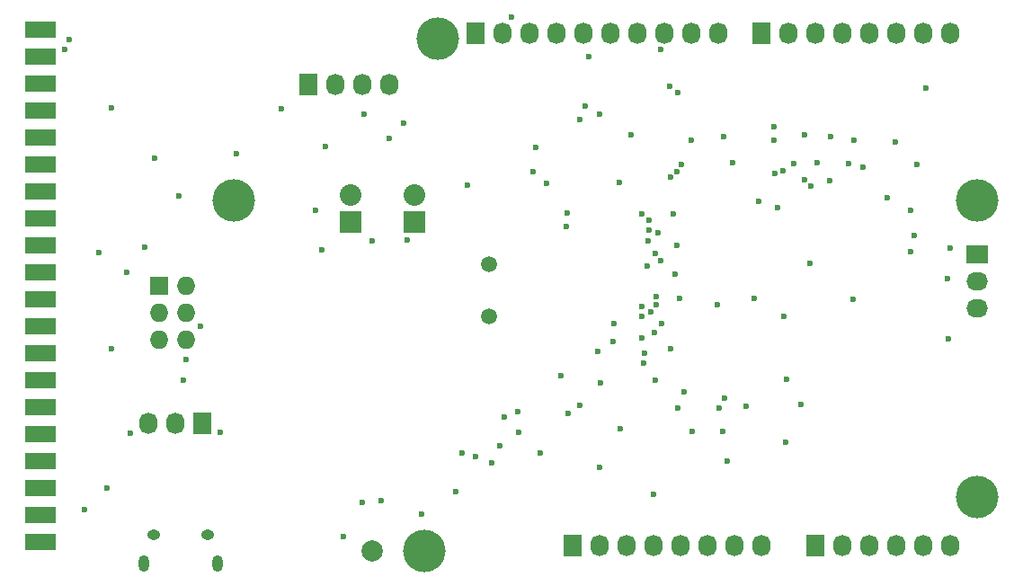
<source format=gbs>
%TF.GenerationSoftware,KiCad,Pcbnew,4.0.2+dfsg1-stable*%
%TF.CreationDate,2019-10-14T09:04:35+02:00*%
%TF.ProjectId,stduinof429,73746475696E6F663432392E6B696361,rev?*%
%TF.FileFunction,Soldermask,Bot*%
%FSLAX46Y46*%
G04 Gerber Fmt 4.6, Leading zero omitted, Abs format (unit mm)*
G04 Created by KiCad (PCBNEW 4.0.2+dfsg1-stable) date Mon 14 Oct 2019 09:04:35 CEST*
%MOMM*%
G01*
G04 APERTURE LIST*
%ADD10C,0.100000*%
%ADD11R,2.032000X2.032000*%
%ADD12O,2.032000X2.032000*%
%ADD13R,2.032000X1.727200*%
%ADD14O,2.032000X1.727200*%
%ADD15R,1.727200X2.032000*%
%ADD16O,1.727200X2.032000*%
%ADD17C,1.998980*%
%ADD18C,1.500000*%
%ADD19R,1.727200X1.727200*%
%ADD20O,1.727200X1.727200*%
%ADD21C,4.000000*%
%ADD22O,1.250000X0.950000*%
%ADD23O,1.000000X1.550000*%
%ADD24R,3.000000X1.524000*%
%ADD25C,0.600000*%
G04 APERTURE END LIST*
D10*
D11*
X117998000Y-93365000D03*
D12*
X117998000Y-90825000D03*
D11*
X123998000Y-93365000D03*
D12*
X123998000Y-90825000D03*
D13*
X176998000Y-96365000D03*
D14*
X176998000Y-98905000D03*
X176998000Y-101445000D03*
D15*
X113998000Y-80365000D03*
D16*
X116538000Y-80365000D03*
X119078000Y-80365000D03*
X121618000Y-80365000D03*
D17*
X119998000Y-124365000D03*
D18*
X130998000Y-97365000D03*
X130998000Y-102245000D03*
D19*
X99998000Y-99365000D03*
D20*
X102538000Y-99365000D03*
X99998000Y-101905000D03*
X102538000Y-101905000D03*
X99998000Y-104445000D03*
X102538000Y-104445000D03*
D15*
X138938000Y-123825000D03*
D16*
X141478000Y-123825000D03*
X144018000Y-123825000D03*
X146558000Y-123825000D03*
X149098000Y-123825000D03*
X151638000Y-123825000D03*
X154178000Y-123825000D03*
X156718000Y-123825000D03*
D15*
X161798000Y-123825000D03*
D16*
X164338000Y-123825000D03*
X166878000Y-123825000D03*
X169418000Y-123825000D03*
X171958000Y-123825000D03*
X174498000Y-123825000D03*
D15*
X129794000Y-75565000D03*
D16*
X132334000Y-75565000D03*
X134874000Y-75565000D03*
X137414000Y-75565000D03*
X139954000Y-75565000D03*
X142494000Y-75565000D03*
X145034000Y-75565000D03*
X147574000Y-75565000D03*
X150114000Y-75565000D03*
X152654000Y-75565000D03*
D15*
X156718000Y-75565000D03*
D16*
X159258000Y-75565000D03*
X161798000Y-75565000D03*
X164338000Y-75565000D03*
X166878000Y-75565000D03*
X169418000Y-75565000D03*
X171958000Y-75565000D03*
X174498000Y-75565000D03*
D21*
X124968000Y-124333000D03*
X177038000Y-119253000D03*
X126238000Y-76073000D03*
X177038000Y-91313000D03*
X106998000Y-91357000D03*
D22*
X99497100Y-122802460D03*
X104497100Y-122802460D03*
D23*
X98497100Y-125502460D03*
X105497100Y-125502460D03*
D15*
X103998000Y-112365000D03*
D16*
X101458000Y-112365000D03*
X98918000Y-112365000D03*
D24*
X88776000Y-123495000D03*
X88776000Y-120955000D03*
X88776000Y-118415000D03*
X88776000Y-115875000D03*
X88776000Y-113335000D03*
X88776000Y-110795000D03*
X88776000Y-108255000D03*
X88776000Y-105715000D03*
X88776000Y-103175000D03*
X88776000Y-100635000D03*
X88776000Y-98095000D03*
X88776000Y-95555000D03*
X88776000Y-93015000D03*
X88776000Y-90475000D03*
X88776000Y-87935000D03*
X88776000Y-85395000D03*
X88776000Y-82855000D03*
X88776000Y-80315000D03*
X88776000Y-77775000D03*
X88776000Y-75235000D03*
D25*
X133866300Y-113150100D03*
X137802800Y-107835700D03*
X171381200Y-87936300D03*
X169304600Y-85859700D03*
X148116000Y-105298300D03*
X127935800Y-118764200D03*
X135472000Y-86365000D03*
X139560200Y-83738300D03*
X141490700Y-83196300D03*
X136470300Y-89712000D03*
X148586500Y-98262500D03*
X102538000Y-106304600D03*
X147254400Y-102903200D03*
X111515600Y-82728200D03*
X172168200Y-80779400D03*
X170709100Y-92269500D03*
X174213900Y-98690300D03*
X168556600Y-91115000D03*
X128990100Y-89903500D03*
X141470900Y-116499300D03*
X141525000Y-108476700D03*
X155238100Y-110684900D03*
X159748000Y-87836200D03*
X158998000Y-114061900D03*
X174303100Y-104365000D03*
X174498000Y-95795100D03*
X171051500Y-94615000D03*
X148734700Y-88612100D03*
X123354600Y-95013000D03*
X157938600Y-88801600D03*
X148792300Y-110906400D03*
X150201500Y-113046700D03*
X140479300Y-77820800D03*
X149387700Y-109400400D03*
X153225500Y-109923400D03*
X157876800Y-85670400D03*
X157864800Y-84396700D03*
X160748000Y-85171700D03*
X161913600Y-87811700D03*
X163248000Y-85292500D03*
X115303200Y-95960900D03*
X142849900Y-102930000D03*
X146804100Y-101183000D03*
X152552400Y-101183000D03*
X153073300Y-113074200D03*
X107226500Y-86943400D03*
X146700300Y-108241500D03*
X148723600Y-95572700D03*
X165386100Y-85672900D03*
X145447400Y-92587000D03*
X138397300Y-92504900D03*
X99585600Y-87344100D03*
X101837800Y-90890200D03*
X138326600Y-93755600D03*
X145441900Y-104265600D03*
X142757800Y-104615000D03*
X119095600Y-119802100D03*
X145705200Y-105753600D03*
X124672100Y-120875000D03*
X141320800Y-105591400D03*
X129786600Y-115425100D03*
X132047900Y-114427700D03*
X135848300Y-115079800D03*
X139612500Y-110661100D03*
X147227100Y-77105200D03*
X152745100Y-110905400D03*
X92973800Y-120437100D03*
X146658400Y-103775000D03*
X95049100Y-118415000D03*
X120895500Y-119615700D03*
X140066600Y-82463900D03*
X148993500Y-100541900D03*
X156030300Y-100541900D03*
X160445500Y-110571300D03*
X148854800Y-81207800D03*
X159082800Y-108177000D03*
X97260800Y-113267700D03*
X146302400Y-101813300D03*
X128499200Y-115090100D03*
X131312200Y-116067100D03*
X153442500Y-115846800D03*
X165297500Y-100617400D03*
X146804100Y-100372800D03*
X132496500Y-111739800D03*
X133751600Y-111221100D03*
X145475600Y-101332500D03*
X103888100Y-103175000D03*
X145903500Y-97482100D03*
X145459200Y-102269200D03*
X158784600Y-102269200D03*
X161255600Y-97262000D03*
X147248900Y-96997600D03*
X146717300Y-96322200D03*
X95490200Y-105302100D03*
X102253400Y-108242700D03*
X105693200Y-113170600D03*
X117334900Y-122958400D03*
X170789600Y-96166100D03*
X96888300Y-98095000D03*
X146067900Y-95142800D03*
X146944100Y-94392500D03*
X94257500Y-96199700D03*
X114667000Y-92244100D03*
X148379300Y-92574600D03*
X161365500Y-89941500D03*
X163110100Y-89426800D03*
X115650800Y-86286300D03*
X166288400Y-88158600D03*
X98637300Y-95753200D03*
X120048700Y-95102900D03*
X135172100Y-88628000D03*
X160795400Y-89373700D03*
X164883000Y-87826800D03*
X146136500Y-94113800D03*
X146136900Y-93216200D03*
X91510000Y-76166800D03*
X148076900Y-80610700D03*
X153145800Y-85334900D03*
X91056600Y-77065600D03*
X133192200Y-74027900D03*
X154001700Y-87809400D03*
X95461200Y-82587800D03*
X119246300Y-83239000D03*
X158739000Y-88562600D03*
X144423200Y-85147700D03*
X148110000Y-89139000D03*
X121604100Y-85472600D03*
X122989400Y-84087300D03*
X138452800Y-111379600D03*
X143361600Y-112870300D03*
X146552100Y-118995300D03*
X145584600Y-106615000D03*
X150073400Y-85678100D03*
X149173400Y-87918200D03*
X156440900Y-91433100D03*
X158180400Y-91979000D03*
X143278600Y-89615000D03*
M02*

</source>
